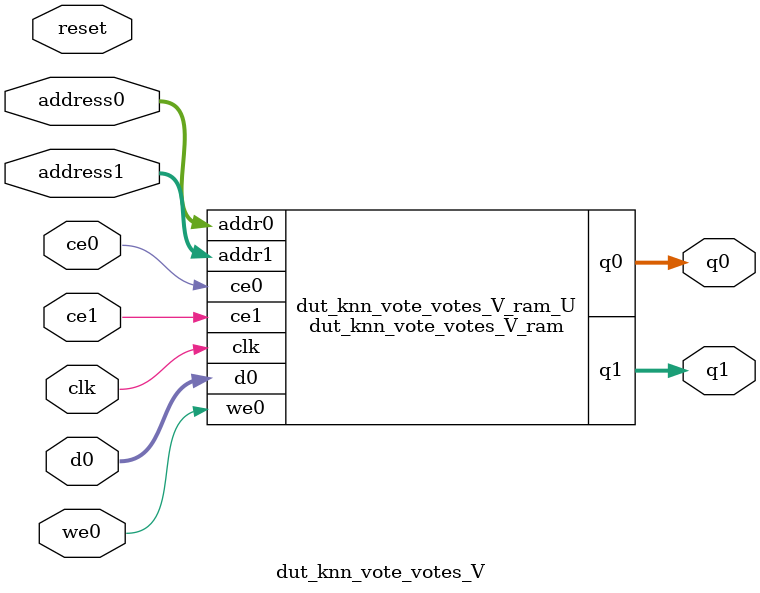
<source format=v>

`timescale 1 ns / 1 ps
module dut_knn_vote_votes_V_ram (addr0, ce0, d0, we0, q0, addr1, ce1, q1,  clk);

parameter DWIDTH = 4;
parameter AWIDTH = 4;
parameter MEM_SIZE = 10;

input[AWIDTH-1:0] addr0;
input ce0;
input[DWIDTH-1:0] d0;
input we0;
output reg[DWIDTH-1:0] q0;
input[AWIDTH-1:0] addr1;
input ce1;
output reg[DWIDTH-1:0] q1;
input clk;

(* ram_style = "distributed" *)reg [DWIDTH-1:0] ram[MEM_SIZE-1:0];




always @(posedge clk)  
begin 
    if (ce0) 
    begin
        if (we0) 
        begin 
            ram[addr0] <= d0; 
            q0 <= d0;
        end 
        else 
            q0 <= ram[addr0];
    end
end


always @(posedge clk)  
begin 
    if (ce1) 
    begin
            q1 <= ram[addr1];
    end
end


endmodule


`timescale 1 ns / 1 ps
module dut_knn_vote_votes_V(
    reset,
    clk,
    address0,
    ce0,
    we0,
    d0,
    q0,
    address1,
    ce1,
    q1);

parameter DataWidth = 32'd4;
parameter AddressRange = 32'd10;
parameter AddressWidth = 32'd4;
input reset;
input clk;
input[AddressWidth - 1:0] address0;
input ce0;
input we0;
input[DataWidth - 1:0] d0;
output[DataWidth - 1:0] q0;
input[AddressWidth - 1:0] address1;
input ce1;
output[DataWidth - 1:0] q1;



dut_knn_vote_votes_V_ram dut_knn_vote_votes_V_ram_U(
    .clk( clk ),
    .addr0( address0 ),
    .ce0( ce0 ),
    .d0( d0 ),
    .we0( we0 ),
    .q0( q0 ),
    .addr1( address1 ),
    .ce1( ce1 ),
    .q1( q1 ));

endmodule


</source>
